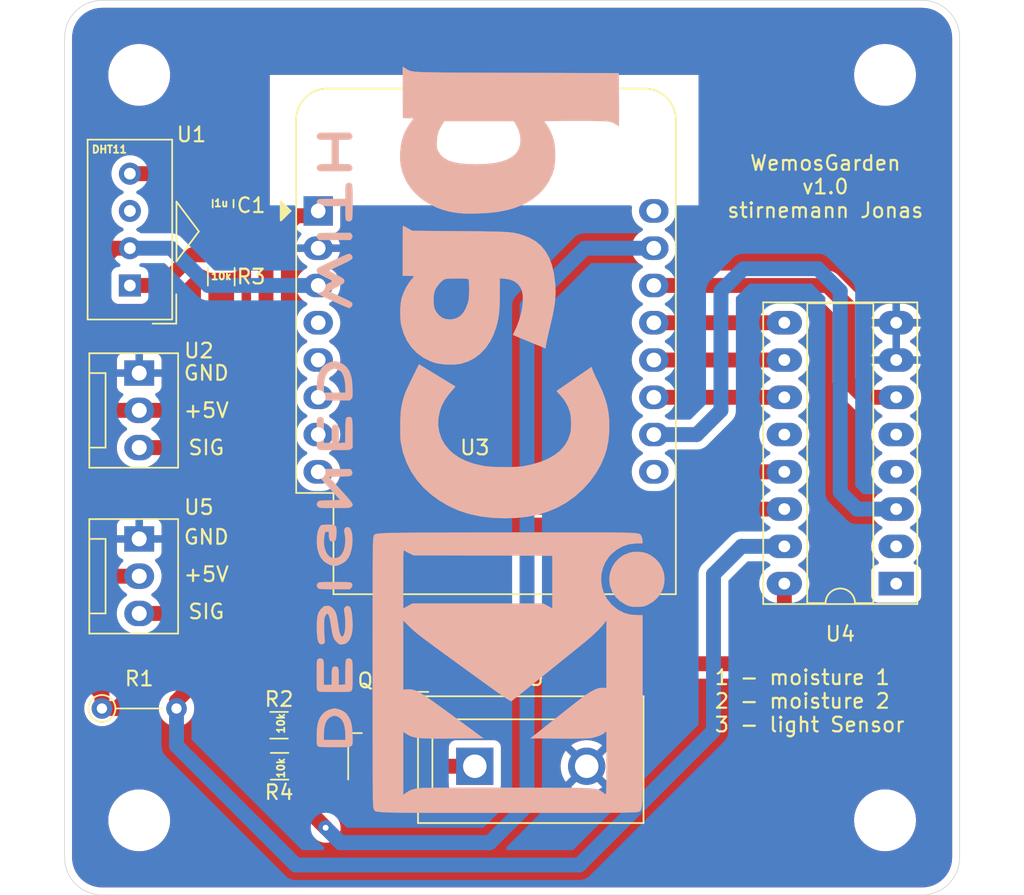
<source format=kicad_pcb>
(kicad_pcb (version 20211014) (generator pcbnew)
  (layers (0 "F.Cu" signal) (31 "B.Cu" signal) (34 "B.Paste" user) (35 "F.Paste" user) (36 "B.SilkS" user "B.Silkscreen") (37 "F.SilkS" user "F.Silkscreen") (38 "B.Mask" user) (39 "F.Mask" user) (44 "Edge.Cuts" user))
  (net 0 "")
  (net 1 "Net-(C1-Pad1)")
  (net 2 "Net-(C1-Pad2)")
  (net 3 "/SCL")
  (net 4 "/SDA")
  (net 5 "Net-(J3-Pad1)")
  (net 6 "GND")
  (net 7 "/WaterPump")
  (net 8 "+5V")
  (net 9 "/LightOut")
  (net 10 "/IO_DHT")
  (net 11 "/Moisture1")
  (net 12 "/AnalogInput")
  (net 13 "/A")
  (net 14 "/B")
  (net 15 "/C")
  (net 16 "/inh")
  (net 17 "/Moisture2")
  (footprint "Capacitor_SMD:C_0805_2012Metric_Pad1.15x1.40mm_HandSolder" (layer "F.Cu") (at 127.127 85.48 90)
    (fp_text reference "C1" (at -0.118 1.905 180) (layer "F.SilkS"))
    (fp_text value "1u")
    (pad "1" smd roundrect locked (at -1.025 0 90) (size 1.15 1.4) (layers "F.Cu" "F.Paste" "F.Mask") (roundrect_rratio 0.2173913043) (net 1 "Net-(C1-Pad1)"))
    (pad "2" smd roundrect locked (at 1.025 0 90) (size 1.15 1.4) (layers "F.Cu" "F.Paste" "F.Mask") (roundrect_rratio 0.2173913043) (net 2 "Net-(C1-Pad2)"))
  )
  (footprint "Package_TO_SOT_SMD:SOT-23_Handsoldering" (layer "F.Cu") (at 137.226 122.325 90)
    (fp_text reference "Q1" (at 4.342 0.061 180) (layer "F.SilkS"))
    (fp_text value "NTR4003NT1G")
    (pad "1" smd rect locked (at -1.5 -0.95 90) (size 1.9 0.8) (layers "F.Cu" "F.Paste" "F.Mask") (net 7 "/WaterPump"))
    (pad "2" smd rect locked (at -1.5 0.95 90) (size 1.9 0.8) (layers "F.Cu" "F.Paste" "F.Mask") (net 5 "Net-(J3-Pad1)"))
    (pad "3" smd rect locked (at 1.5 0 90) (size 1.9 0.8) (layers "F.Cu" "F.Paste" "F.Mask") (net 8 "+5V"))
  )
  (footprint "Resistor_THT:R_Axial_DIN0204_L3.6mm_D1.6mm_P5.08mm_Vertical" (layer "F.Cu") (at 118.872 119.888)
    (fp_text reference "R1" (at 2.54 -2.032 180) (layer "F.SilkS"))
    (fp_text value "PHOTO.R")
    (pad "1" thru_hole circle locked (at 0 0) (size 1.4 1.4) (drill 0.7) (layers *.Cu *.Mask) (net 8 "+5V"))
    (pad "2" thru_hole oval locked (at 5.08 0) (size 1.4 1.4) (drill 0.7) (layers *.Cu *.Mask) (net 9 "/LightOut"))
  )
  (footprint "Resistor_SMD:R_1206_3216Metric_Pad1.42x1.75mm_HandSolder" (layer "F.Cu") (at 130.937 121.031 180)
    (fp_text reference "R2" (at 0 1.778 180) (layer "F.SilkS"))
    (fp_text value "10k")
    (pad "1" smd roundrect locked (at -1.4875 0 180) (size 1.425 1.75) (layers "F.Cu" "F.Paste" "F.Mask") (roundrect_rratio 0.1754392982) (net 9 "/LightOut"))
    (pad "2" smd roundrect locked (at 1.4875 0 180) (size 1.425 1.75) (layers "F.Cu" "F.Paste" "F.Mask") (roundrect_rratio 0.1754392982) (net 6 "GND"))
  )
  (footprint "Resistor_SMD:R_1206_3216Metric_Pad1.42x1.75mm_HandSolder" (layer "F.Cu") (at 127 90.4605 -90)
    (fp_text reference "R3" (at 0 -2.032) (layer "F.SilkS"))
    (fp_text value "10k")
    (pad "1" smd roundrect locked (at -1.4875 0 270) (size 1.425 1.75) (layers "F.Cu" "F.Paste" "F.Mask") (roundrect_rratio 0.1754392982) (net 1 "Net-(C1-Pad1)"))
    (pad "2" smd roundrect locked (at 1.4875 0 270) (size 1.425 1.75) (layers "F.Cu" "F.Paste" "F.Mask") (roundrect_rratio 0.1754392982) (net 10 "/IO_DHT"))
  )
  (footprint "Resistor_SMD:R_1206_3216Metric_Pad1.42x1.75mm_HandSolder" (layer "F.Cu") (at 130.9735 123.825 180)
    (fp_text reference "R4" (at 0.0365 -1.778 180) (layer "F.SilkS"))
    (fp_text value "10k")
    (pad "1" smd roundrect locked (at -1.4875 0 180) (size 1.425 1.75) (layers "F.Cu" "F.Paste" "F.Mask") (roundrect_rratio 0.1754392982) (net 7 "/WaterPump"))
    (pad "2" smd roundrect locked (at 1.4875 0 180) (size 1.425 1.75) (layers "F.Cu" "F.Paste" "F.Mask") (roundrect_rratio 0.1754392982) (net 6 "GND"))
  )
  (footprint "Sensor:Aosong_DHT11_5.5x12.0_P2.54mm" (layer "F.Cu") (at 120.777 91.059 180)
    (fp_text reference "U1" (at -4.191 10.287 180) (layer "F.SilkS"))
    (fp_text value "DHT11")
    (pad "1" thru_hole rect locked (at 0 0 180) (size 1.5 1.5) (drill 0.8) (layers *.Cu *.Mask) (net 1 "Net-(C1-Pad1)"))
    (pad "2" thru_hole circle locked (at 0 2.54 180) (size 1.5 1.5) (drill 0.8) (layers *.Cu *.Mask) (net 10 "/IO_DHT"))
    (pad "3" thru_hole circle locked (at 0 5.08 180) (size 1.5 1.5) (drill 0.8) (layers *.Cu *.Mask))
    (pad "4" thru_hole circle locked (at 0 7.62 180) (size 1.5 1.5) (drill 0.8) (layers *.Cu *.Mask) (net 2 "Net-(C1-Pad2)"))
  )
  (footprint "Connectorss:Fan_Pin_Header_Straight_1x03" (layer "F.Cu") (at 121.412 97.028)
    (fp_text reference "U2" (at 4.064 -1.524) (layer "F.SilkS"))
    (fp_text value "MoistSensor")
    (pad "1" thru_hole rect locked (at 0 0) (size 2.03 1.73) (drill 1.02) (layers *.Cu *.Mask) (net 6 "GND"))
    (pad "2" thru_hole oval locked (at 0 2.54) (size 2.03 1.73) (drill 1.02) (layers *.Cu *.Mask) (net 8 "+5V"))
    (pad "3" thru_hole oval locked (at 0 5.08) (size 2.03 1.73) (drill 1.02) (layers *.Cu *.Mask) (net 11 "/Moisture1"))
  )
  (footprint "Module:WEMOS_D1_mini_light" (layer "F.Cu") (at 133.604 85.979)
    (fp_text reference "U3" (at 10.668 16.129) (layer "F.SilkS"))
    (fp_text value "WeMos_mini")
    (pad "1" thru_hole rect locked (at 0 0) (size 2 2) (drill 1) (layers *.Cu *.Mask) (net 8 "+5V"))
    (pad "2" thru_hole oval locked (at 0 2.54) (size 2 1.6) (drill 1) (layers *.Cu *.Mask) (net 6 "GND"))
    (pad "3" thru_hole oval locked (at 0 5.08) (size 2 1.6) (drill 1) (layers *.Cu *.Mask) (net 10 "/IO_DHT"))
    (pad "4" thru_hole oval locked (at 0 7.62) (size 2 1.6) (drill 1) (layers *.Cu *.Mask))
    (pad "5" thru_hole oval locked (at 0 10.16) (size 2 1.6) (drill 1) (layers *.Cu *.Mask) (net 3 "/SCL"))
    (pad "6" thru_hole oval locked (at 0 12.7) (size 2 1.6) (drill 1) (layers *.Cu *.Mask) (net 4 "/SDA"))
    (pad "7" thru_hole oval locked (at 0 15.24) (size 2 1.6) (drill 1) (layers *.Cu *.Mask))
    (pad "8" thru_hole oval locked (at 0 17.78) (size 2 1.6) (drill 1) (layers *.Cu *.Mask))
    (pad "9" thru_hole oval locked (at 22.86 17.78) (size 2 1.6) (drill 1) (layers *.Cu *.Mask))
    (pad "10" thru_hole oval locked (at 22.86 15.24) (size 2 1.6) (drill 1) (layers *.Cu *.Mask) (net 12 "/AnalogInput"))
    (pad "11" thru_hole oval locked (at 22.86 12.7) (size 2 1.6) (drill 1) (layers *.Cu *.Mask) (net 13 "/A"))
    (pad "12" thru_hole oval locked (at 22.86 10.16) (size 2 1.6) (drill 1) (layers *.Cu *.Mask) (net 14 "/B"))
    (pad "13" thru_hole oval locked (at 22.86 7.62) (size 2 1.6) (drill 1) (layers *.Cu *.Mask) (net 15 "/C"))
    (pad "14" thru_hole oval locked (at 22.86 5.08) (size 2 1.6) (drill 1) (layers *.Cu *.Mask) (net 16 "/inh"))
    (pad "15" thru_hole oval locked (at 22.86 2.54) (size 2 1.6) (drill 1) (layers *.Cu *.Mask) (net 7 "/WaterPump"))
    (pad "16" thru_hole oval locked (at 22.86 0) (size 2 1.6) (drill 1) (layers *.Cu *.Mask))
  )
  (footprint "Package_DIP:DIP-16_W7.62mm_Socket_LongPads" (layer "F.Cu") (at 172.974 111.379 180)
    (fp_text reference "U4" (at 3.81 -3.429 180) (layer "F.SilkS"))
    (fp_text value "4051")
    (pad "1" thru_hole rect locked (at 0 0 180) (size 2.4 1.6) (drill 0.8) (layers *.Cu *.Mask))
    (pad "2" thru_hole oval locked (at 0 2.54 180) (size 2.4 1.6) (drill 0.8) (layers *.Cu *.Mask))
    (pad "3" thru_hole oval locked (at 0 5.08 180) (size 2.4 1.6) (drill 0.8) (layers *.Cu *.Mask) (net 12 "/AnalogInput"))
    (pad "4" thru_hole oval locked (at 0 7.62 180) (size 2.4 1.6) (drill 0.8) (layers *.Cu *.Mask))
    (pad "5" thru_hole oval locked (at 0 10.16 180) (size 2.4 1.6) (drill 0.8) (layers *.Cu *.Mask))
    (pad "6" thru_hole oval locked (at 0 12.7 180) (size 2.4 1.6) (drill 0.8) (layers *.Cu *.Mask) (net 16 "/inh"))
    (pad "7" thru_hole oval locked (at 0 15.24 180) (size 2.4 1.6) (drill 0.8) (layers *.Cu *.Mask) (net 6 "GND"))
    (pad "8" thru_hole oval locked (at 0 17.78 180) (size 2.4 1.6) (drill 0.8) (layers *.Cu *.Mask) (net 6 "GND"))
    (pad "9" thru_hole oval locked (at 7.62 17.78 180) (size 2.4 1.6) (drill 0.8) (layers *.Cu *.Mask) (net 15 "/C"))
    (pad "10" thru_hole oval locked (at 7.62 15.24 180) (size 2.4 1.6) (drill 0.8) (layers *.Cu *.Mask) (net 14 "/B"))
    (pad "11" thru_hole oval locked (at 7.62 12.7 180) (size 2.4 1.6) (drill 0.8) (layers *.Cu *.Mask) (net 13 "/A"))
    (pad "12" thru_hole oval locked (at 7.62 10.16 180) (size 2.4 1.6) (drill 0.8) (layers *.Cu *.Mask))
    (pad "13" thru_hole oval locked (at 7.62 7.62 180) (size 2.4 1.6) (drill 0.8) (layers *.Cu *.Mask) (net 11 "/Moisture1"))
    (pad "14" thru_hole oval locked (at 7.62 5.08 180) (size 2.4 1.6) (drill 0.8) (layers *.Cu *.Mask) (net 17 "/Moisture2"))
    (pad "15" thru_hole oval locked (at 7.62 2.54 180) (size 2.4 1.6) (drill 0.8) (layers *.Cu *.Mask) (net 9 "/LightOut"))
    (pad "16" thru_hole oval locked (at 7.62 0 180) (size 2.4 1.6) (drill 0.8) (layers *.Cu *.Mask) (net 8 "+5V"))
  )
  (footprint "Connectorss:Fan_Pin_Header_Straight_1x03" (layer "F.Cu") (at 121.412 108.331)
    (fp_text reference "U5" (at 4.064 -2.159) (layer "F.SilkS"))
    (fp_text value "MoistSensor")
    (pad "1" thru_hole rect locked (at 0 0) (size 2.03 1.73) (drill 1.02) (layers *.Cu *.Mask) (net 6 "GND"))
    (pad "2" thru_hole oval locked (at 0 2.54) (size 2.03 1.73) (drill 1.02) (layers *.Cu *.Mask) (net 8 "+5V"))
    (pad "3" thru_hole oval locked (at 0 5.08) (size 2.03 1.73) (drill 1.02) (layers *.Cu *.Mask) (net 17 "/Moisture2"))
  )
  (footprint "TerminalBlock:TerminalBlock_Wuerth_691311400102_P7.62mm" (layer "F.Cu") (at 144.272 123.825)
    (fp_text reference "J3" (at 3.81 -6) (layer "F.SilkS"))
    (fp_text value "Screw_Terminal_01x02")
    (pad "1" thru_hole rect locked (at 0 0) (size 2.54 2.54) (drill 1.6) (layers *.Cu *.Mask) (net 5 "Net-(J3-Pad1)"))
    (pad "2" thru_hole circle locked (at 7.62 0) (size 2.54 2.54) (drill 1.6) (layers *.Cu *.Mask) (net 6 "GND"))
  )
  (footprint "MountingHole:MountingHole_3.2mm_M3" (layer "F.Cu") (at 172.212 127.508)
    (fp_text reference "REF**" hide)
    (fp_text value "MountingHole_3.2mm_M3")
    (pad "" np_thru_hole circle locked (at 0 0) (size 3.2 3.2) (drill 3.2) (layers *.Cu *.Mask))
  )
  (footprint "MountingHole:MountingHole_3.2mm_M3" (layer "F.Cu") (at 121.412 127.508)
    (fp_text reference "REF**" hide)
    (fp_text value "MountingHole_3.2mm_M3")
    (pad "" np_thru_hole circle locked (at 0 0) (size 3.2 3.2) (drill 3.2) (layers *.Cu *.Mask))
  )
  (footprint "MountingHole:MountingHole_3.2mm_M3" (layer "F.Cu") (at 121.412 76.708)
    (fp_text reference "REF**" hide)
    (fp_text value "MountingHole_3.2mm_M3")
    (pad "" np_thru_hole circle locked (at 0 0) (size 3.2 3.2) (drill 3.2) (layers *.Cu *.Mask))
  )
  (footprint "MountingHole:MountingHole_3.2mm_M3" (layer "F.Cu") (at 172.212 76.708)
    (fp_text reference "REF**" hide)
    (fp_text value "MountingHole_3.2mm_M3")
    (pad "" np_thru_hole circle locked (at 0 0) (size 3.2 3.2) (drill 3.2) (layers *.Cu *.Mask))
  )
  (footprint "Symbol:KiCad-Logo2_20mm_SilkScreen" (layer "B.Cu") (at 147.32 101.6 90)
    (fp_text reference "REF**" hide)
    (fp_text value "KiCad-Logo2_20mm_SilkScreen" hide)
  )
  (gr_line (start 123.952 89.408) (end 123.952 85.344) (layer "F.SilkS") (width 0.12))
  (gr_line (start 125.476 87.376) (end 123.952 89.408) (layer "F.SilkS") (width 0.12))
  (gr_line (start 123.952 85.344) (end 125.476 87.376) (layer "F.SilkS") (width 0.12))
  (gr_line (start 177.292 74.168) (end 177.292 130.048) (layer "Edge.Cuts") (width 0.05))
  (gr_arc (start 174.752 71.628) (mid 176.548051 72.371949) (end 177.292 74.168) (layer "Edge.Cuts") (width 0.05))
  (gr_arc (start 177.292 130.048) (mid 176.548051 131.844051) (end 174.752 132.588) (layer "Edge.Cuts") (width 0.05))
  (gr_line (start 118.872 132.588) (end 174.752 132.588) (layer "Edge.Cuts") (width 0.05))
  (gr_arc (start 118.872 132.588) (mid 117.075949 131.844051) (end 116.332 130.048) (layer "Edge.Cuts") (width 0.05))
  (gr_arc (start 116.332 74.168) (mid 117.075949 72.371949) (end 118.872 71.628) (layer "Edge.Cuts") (width 0.05))
  (gr_line (start 116.332 130.048) (end 116.332 74.168) (layer "Edge.Cuts") (width 0.05))
  (gr_line (start 118.872 71.628) (end 174.752 71.628) (layer "Edge.Cuts") (width 0.05))
  (gr_text "+5V\n" (at 125.984 110.744) (layer "F.SilkS") (effects (font (size 1 1))))
  (gr_text "GND" (at 125.984 108.204) (layer "F.SilkS") (effects (font (size 1 1))))
  (gr_text "SIG\n" (at 125.984 113.284) (layer "F.SilkS") (effects (font (size 1 1))))
  (gr_text "10k\n" (at 131.064 123.952 90) (layer "F.SilkS") (effects (font (size 0.5 0.5) (thickness 0.125))))
  (gr_text "10k\n" (at 127 90.424) (layer "F.SilkS") (effects (font (size 0.5 0.5) (thickness 0.125))))
  (gr_text "1u\n\n" (at 127 85.852) (layer "F.SilkS") (effects (font (size 0.5 0.5) (thickness 0.125))))
  (gr_text "GND" (at 125.984 97.028) (layer "F.SilkS") (effects (font (size 1 1))))
  (gr_text "+5V\n" (at 125.984 99.568) (layer "F.SilkS") (effects (font (size 1 1))))
  (gr_text "SIG\n" (at 125.984 102.108) (layer "F.SilkS") (effects (font (size 1 1))))
  (gr_text "WemosGarden\nv1.0\nstirnemann Jonas\n" (at 168.148 84.328) (layer "F.SilkS") (effects (font (size 1 1))))
  (gr_text "10k\n" (at 131.064 120.904 90) (layer "F.SilkS") (effects (font (size 0.5 0.5) (thickness 0.125))))
  (gr_text "DHT11\n" (at 119.38 81.788) (layer "F.SilkS") (effects (font (size 0.5 0.5) (thickness 0.125))))
  (gr_text "1 - moisture 1\n2 - moisture 2\n3 - light Sensor\n" (at 160.528 119.38) (layer "F.SilkS") (effects (font (size 1 1)) (justify left)))
  (segment (start 127.127 88.846) (end 127 88.973) (width 1.016) (layer "F.Cu") (net 1))
  (segment (start 120.777 91.059) (end 122.936 91.059) (width 1.016) (layer "F.Cu") (net 1))
  (segment (start 122.936 91.059) (end 125.022 88.973) (width 1.016) (layer "F.Cu") (net 1))
  (segment (start 125.022 88.973) (end 127 88.973) (width 1.016) (layer "F.Cu") (net 1))
  (segment (start 127.127 86.505) (end 127.127 88.846) (width 1.016) (layer "F.Cu") (net 1))
  (segment (start 126.111 83.439) (end 127.127 84.455) (width 1.016) (layer "F.Cu") (net 2))
  (segment (start 120.777 83.439) (end 126.111 83.439) (width 1.016) (layer "F.Cu") (net 2))
  (segment (start 144.272 123.825) (end 138.176 123.825) (width 1.016) (layer "F.Cu") (net 5))
  (segment (start 134.239 123.825) (end 136.276 123.825) (width 1.016) (layer "F.Cu") (net 7))
  (segment (start 132.461 126.365) (end 132.461 123.825) (width 1.016) (layer "F.Cu") (net 7))
  (segment (start 134.112 128.016) (end 132.461 126.365) (width 1.016) (layer "F.Cu") (net 7))
  (segment (start 132.461 123.825) (end 134.239 123.825) (width 1.016) (layer "F.Cu") (net 7))
  (via (at 134.112 128.016) (size 0.8) (drill 0.4) (layers "F.Cu" "B.Cu") (net 7))
  (segment (start 147.828 126.492) (end 145.288 129.032) (width 1.016) (layer "B.Cu") (net 7))
  (segment (start 156.464 88.519) (end 151.765 88.519) (width 1.016) (layer "B.Cu") (net 7))
  (segment (start 147.828 92.456) (end 147.828 126.492) (width 1.016) (layer "B.Cu") (net 7))
  (segment (start 151.765 88.519) (end 147.828 92.456) (width 1.016) (layer "B.Cu") (net 7))
  (segment (start 145.288 129.032) (end 135.128 129.032) (width 1.016) (layer "B.Cu") (net 7))
  (segment (start 135.128 129.032) (end 134.112 128.016) (width 1.016) (layer "B.Cu") (net 7))
  (segment (start 118.872 119.888) (end 119.888 119.888) (width 1.016) (layer "F.Cu") (net 8))
  (segment (start 119.381 110.871) (end 121.412 110.871) (width 1.016) (layer "F.Cu") (net 8))
  (segment (start 118.364 118.390051) (end 118.364 100.585) (width 1.016) (layer "F.Cu") (net 8))
  (segment (start 121.412 99.568) (end 119.381 99.568) (width 1.016) (layer "F.Cu") (net 8))
  (segment (start 118.364 110.744) (end 118.49 110.87) (width 1.016) (layer "F.Cu") (net 8))
  (segment (start 118.872 119.888) (end 118.872 118.898051) (width 1.016) (layer "F.Cu") (net 8))
  (segment (start 118.364 100.585) (end 118.364 110.744) (width 1.016) (layer "F.Cu") (net 8))
  (segment (start 135.636 116.84) (end 137.226 116.84) (width 1.016) (layer "F.Cu") (net 8))
  (segment (start 119.38 110.87) (end 119.381 110.871) (width 1.016) (layer "F.Cu") (net 8))
  (segment (start 162.56 116.84) (end 135.636 116.84) (width 1.016) (layer "F.Cu") (net 8))
  (segment (start 122.936 116.84) (end 135.636 116.84) (width 1.016) (layer "F.Cu") (net 8))
  (segment (start 119.381 99.568) (end 118.364 100.585) (width 1.016) (layer "F.Cu") (net 8))
  (segment (start 130.048 88.392) (end 132.13399 86.30601) (width 1.016) (layer "F.Cu") (net 8))
  (segment (start 119.888 119.888) (end 122.936 116.84) (width 1.016) (layer "F.Cu") (net 8))
  (segment (start 127 99.568) (end 130.048 96.52) (width 1.016) (layer "F.Cu") (net 8))
  (segment (start 165.354 111.379) (end 165.354 114.046) (width 1.016) (layer "F.Cu") (net 8))
  (segment (start 118.872 118.898051) (end 118.364 118.390051) (width 1.016) (layer "F.Cu") (net 8))
  (segment (start 121.412 99.568) (end 127 99.568) (width 1.016) (layer "F.Cu") (net 8))
  (segment (start 165.354 114.046) (end 162.56 116.84) (width 1.016) (layer "F.Cu") (net 8))
  (segment (start 118.49 110.87) (end 119.38 110.87) (width 1.016) (layer "F.Cu") (net 8))
  (segment (start 137.226 116.84) (end 137.226 120.825) (width 1.016) (layer "F.Cu") (net 8))
  (segment (start 132.13399 86.30601) (end 133.604 86.30601) (width 1.016) (layer "F.Cu") (net 8))
  (segment (start 130.048 96.52) (end 130.048 88.392) (width 1.016) (layer "F.Cu") (net 8))
  (segment (start 123.952 119.38) (end 124.968 118.364) (width 1.016) (layer "F.Cu") (net 9))
  (segment (start 123.952 119.888) (end 123.952 119.38) (width 1.016) (layer "F.Cu") (net 9))
  (segment (start 132.4245 118.7085) (end 132.4245 121.031) (width 1.016) (layer "F.Cu") (net 9))
  (segment (start 124.968 118.364) (end 132.08 118.364) (width 1.016) (layer "F.Cu") (net 9))
  (segment (start 132.08 118.364) (end 132.4245 118.7085) (width 1.016) (layer "F.Cu") (net 9))
  (segment (start 123.952 122.428) (end 123.952 119.888) (width 1.016) (layer "B.Cu") (net 9))
  (segment (start 160.528 121.412) (end 151.384 130.556) (width 1.016) (layer "B.Cu") (net 9))
  (segment (start 151.384 130.556) (end 132.08 130.556) (width 1.016) (layer "B.Cu") (net 9))
  (segment (start 162.433 108.839) (end 160.528 110.744) (width 1.016) (layer "B.Cu") (net 9))
  (segment (start 132.08 130.556) (end 123.952 122.428) (width 1.016) (layer "B.Cu") (net 9))
  (segment (start 160.528 110.744) (end 160.528 121.412) (width 1.016) (layer "B.Cu") (net 9))
  (segment (start 165.354 108.839) (end 162.433 108.839) (width 1.016) (layer "B.Cu") (net 9))
  (segment (start 119.71634 88.519) (end 118.364 89.87134) (width 1.016) (layer "F.Cu") (net 10))
  (segment (start 120.777 88.519) (end 119.71634 88.519) (width 1.016) (layer "F.Cu") (net 10))
  (segment (start 118.364 89.87134) (end 118.364 92.964) (width 1.016) (layer "F.Cu") (net 10))
  (segment (start 127 92.964) (end 127 91.948) (width 1.016) (layer "F.Cu") (net 10))
  (segment (start 119.38 93.98) (end 125.984 93.98) (width 1.016) (layer "F.Cu") (net 10))
  (segment (start 125.984 93.98) (end 127 92.964) (width 1.016) (layer "F.Cu") (net 10))
  (segment (start 118.364 92.964) (end 119.38 93.98) (width 1.016) (layer "F.Cu") (net 10))
  (segment (start 126.111 91.059) (end 123.571 88.519) (width 1.016) (layer "B.Cu") (net 10))
  (segment (start 133.604 91.059) (end 126.111 91.059) (width 1.016) (layer "B.Cu") (net 10))
  (segment (start 123.571 88.519) (end 120.777 88.519) (width 1.016) (layer "B.Cu") (net 10))
  (segment (start 129.539999 106.171999) (end 158.808303 106.171999) (width 1.016) (layer "F.Cu") (net 11))
  (segment (start 125.476 102.108) (end 129.539999 106.171999) (width 1.016) (layer "F.Cu") (net 11))
  (segment (start 158.808303 106.171999) (end 161.221302 103.759) (width 1.016) (layer "F.Cu") (net 11))
  (segment (start 121.412 102.108) (end 125.476 102.108) (width 1.016) (layer "F.Cu") (net 11))
  (segment (start 163.138 103.759) (end 165.354 103.759) (width 1.016) (layer "F.Cu") (net 11))
  (segment (start 161.221302 103.759) (end 163.138 103.759) (width 1.016) (layer "F.Cu") (net 11))
  (segment (start 169.164 91.44) (end 169.164 105.156) (width 1.016) (layer "B.Cu") (net 12))
  (segment (start 159.385 101.219) (end 161.036 99.568) (width 1.016) (layer "B.Cu") (net 12))
  (segment (start 156.464 101.219) (end 159.385 101.219) (width 1.016) (layer "B.Cu") (net 12))
  (segment (start 161.036 99.568) (end 161.036 91.44) (width 1.016) (layer "B.Cu") (net 12))
  (segment (start 170.307 106.299) (end 172.974 106.299) (width 1.016) (layer "B.Cu") (net 12))
  (segment (start 161.036 91.44) (end 162.56 89.916) (width 1.016) (layer "B.Cu") (net 12))
  (segment (start 162.56 89.916) (end 167.64 89.916) (width 1.016) (layer "B.Cu") (net 12))
  (segment (start 169.164 105.156) (end 170.307 106.299) (width 1.016) (layer "B.Cu") (net 12))
  (segment (start 167.64 89.916) (end 169.164 91.44) (width 1.016) (layer "B.Cu") (net 12))
  (segment (start 156.464 98.679) (end 165.354 98.679) (width 1.016) (layer "F.Cu") (net 13))
  (segment (start 156.464 96.139) (end 165.354 96.139) (width 1.016) (layer "F.Cu") (net 14))
  (segment (start 156.464 93.599) (end 165.354 93.599) (width 1.016) (layer "F.Cu") (net 15))
  (segment (start 170.758 98.679) (end 172.974 98.679) (width 1.016) (layer "F.Cu") (net 16))
  (segment (start 169.672 97.593) (end 170.758 98.679) (width 1.016) (layer "F.Cu") (net 16))
  (segment (start 156.464 91.059) (end 168.275 91.059) (width 1.016) (layer "F.Cu") (net 16))
  (segment (start 169.672 92.456) (end 169.672 97.593) (width 1.016) (layer "F.Cu") (net 16))
  (segment (start 168.275 91.059) (end 169.672 92.456) (width 1.016) (layer "F.Cu") (net 16))
  (segment (start 121.412 113.411) (end 123.443 113.411) (width 1.016) (layer "F.Cu") (net 17))
  (segment (start 123.443 113.411) (end 129.46599 107.38801) (width 1.016) (layer "F.Cu") (net 17))
  (segment (start 160.401 106.299) (end 165.354 106.299) (width 1.016) (layer "F.Cu") (net 17))
  (segment (start 129.46599 107.38801) (end 159.31199 107.38801) (width 1.016) (layer "F.Cu") (net 17))
  (segment (start 159.31199 107.38801) (end 160.401 106.299) (width 1.016) (layer "F.Cu") (net 17))
  (zone (net 6) (net_name "GND") (layer "F.Cu") (connect_pads (clearance 0.508)) (min_thickness 0.254) (fill yes (thermal_gap 0.508) (thermal_bridge_width 0.508))
    (polygon (pts (xy 116.332 71.628) (xy 177.292 71.628) (xy 177.292 132.588) (xy 116.332 132.588)))
  )
  (zone (net 0) (net_name "") (layers F&B.Cu) (connect_pads (clearance 0)) (min_thickness 0.254)
    (keepout (tracks not_allowed) (vias not_allowed) (pads allowed) (copperpour not_allowed) (footprints allowed))
    (fill (thermal_gap 0.508) (thermal_bridge_width 0.508))
    (polygon (pts (xy 159.512 76.708) (xy 130.302 76.708) (xy 130.302 85.598) (xy 159.512 85.598)))
  )
  (zone (net 6) (net_name "GND") (layer "B.Cu") (connect_pads (clearance 0.508)) (min_thickness 0.254) (fill yes (thermal_gap 0.508) (thermal_bridge_width 0.508))
    (polygon (pts (xy 177.292 71.628) (xy 177.292 132.588) (xy 116.332 132.588) (xy 116.332 71.628)))
  )
  (zone (net 0) (net_name "") (layer "B.Cu") (connect_pads (clearance 0)) (min_thickness 0.254)
    (keepout (tracks not_allowed) (vias not_allowed) (pads allowed) (copperpour not_allowed) (footprints allowed))
    (fill (thermal_gap 0.508) (thermal_bridge_width 0.508))
    (polygon (pts (xy 159.512 76.708) (xy 130.302 76.708) (xy 130.302 85.598) (xy 159.512 85.598)))
  )
)
</source>
